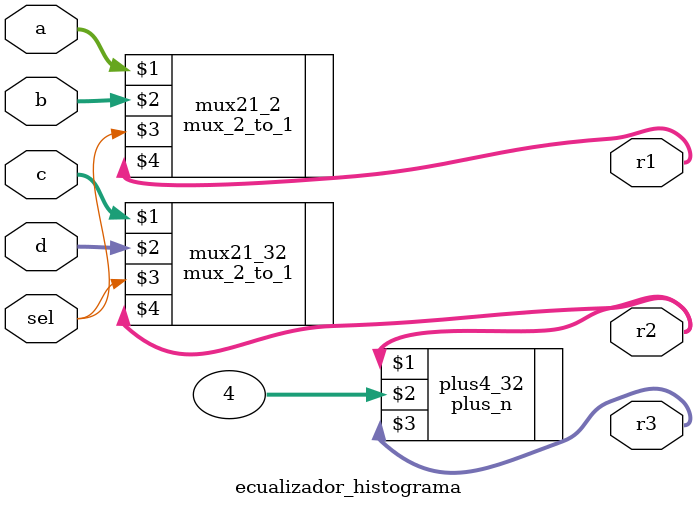
<source format=sv>
module ecualizador_histograma(input [3:0] a, b, input logic [31: 0] c, d, input logic sel, output [3:0] r1, output [31:0] r2, output [31:0] r3);

	mux_2_to_1 mux21_2 (a, b, sel, r1);
	mux_2_to_1 #(32) mux21_32 (c, d, sel, r2);
	plus_n #(32) plus4_32 (r2, 4, r3);

endmodule
</source>
